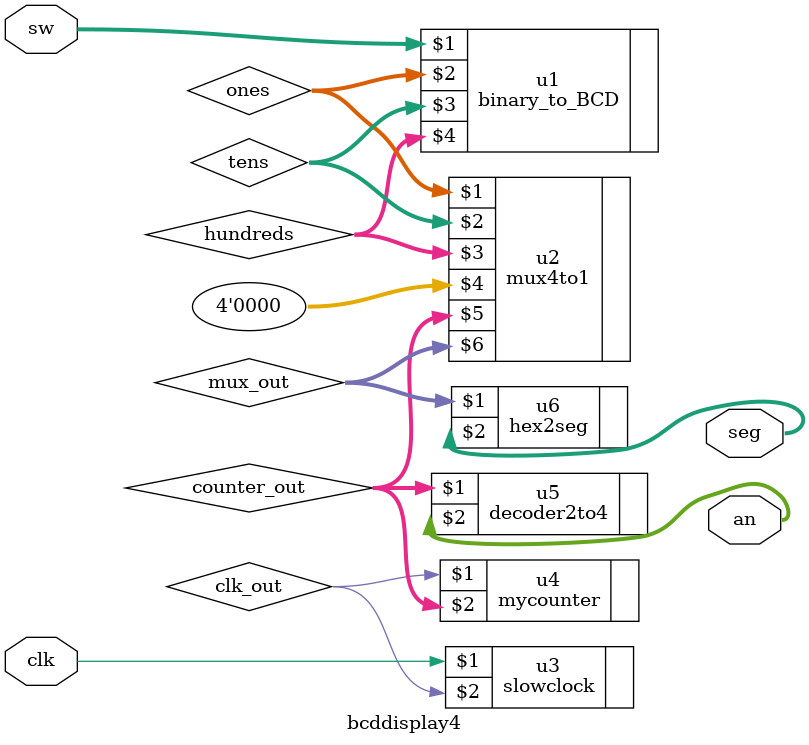
<source format=v>
`timescale 1ns / 1ps


module bcddisplay4(input clk, input[0:7] sw, output[3:0] an, output[6:0] seg);
    parameter zero = 4'b0000;
    wire clk_out;
    wire [3:0] mux_out;
    wire [1:0] counter_out;
    wire [3:0] ones, tens, hundreds;
    
    binary_to_BCD u1(sw, ones, tens, hundreds);
    mux4to1 u2(ones, tens, hundreds, zero, counter_out, mux_out);
    slowclock u3(clk, clk_out);
    mycounter u4(clk_out, counter_out);
    decoder2to4 u5(counter_out, an);
    hex2seg u6(mux_out,seg);
    
endmodule

</source>
